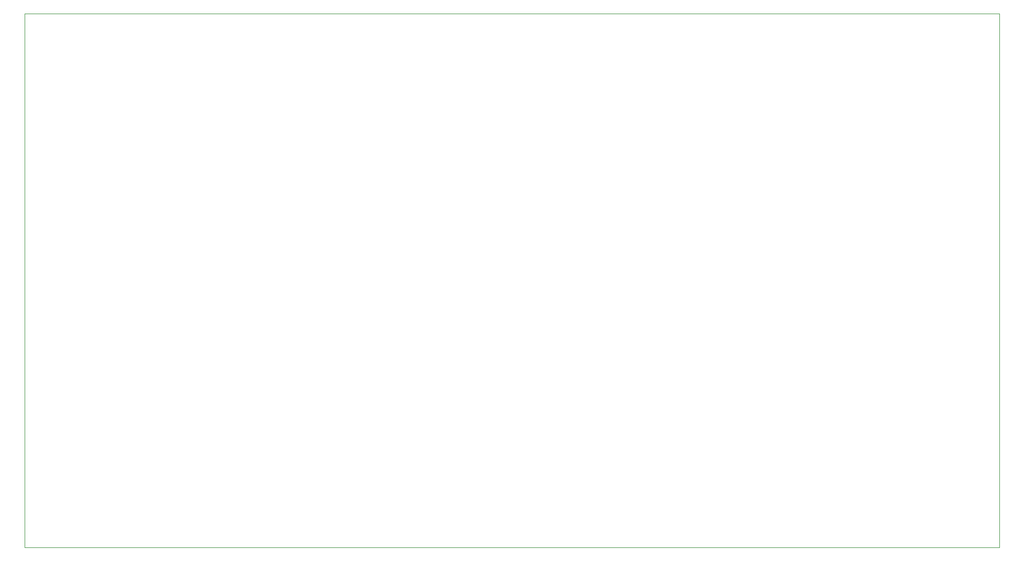
<source format=gbr>
G04 #@! TF.GenerationSoftware,KiCad,Pcbnew,5.1.2-f72e74a~84~ubuntu18.04.1*
G04 #@! TF.CreationDate,2019-07-08T11:20:07+01:00*
G04 #@! TF.ProjectId,Elevator,456c6576-6174-46f7-922e-6b696361645f,rev?*
G04 #@! TF.SameCoordinates,Original*
G04 #@! TF.FileFunction,Profile,NP*
%FSLAX46Y46*%
G04 Gerber Fmt 4.6, Leading zero omitted, Abs format (unit mm)*
G04 Created by KiCad (PCBNEW 5.1.2-f72e74a~84~ubuntu18.04.1) date 2019-07-08 11:20:07*
%MOMM*%
%LPD*%
G04 APERTURE LIST*
%ADD10C,0.100000*%
G04 APERTURE END LIST*
D10*
X16510000Y-148590000D02*
X16510000Y-177800000D01*
X16510000Y-91440000D02*
X16510000Y-148590000D01*
X173990000Y-91440000D02*
X16510000Y-91440000D01*
X173990000Y-177800000D02*
X173990000Y-91440000D01*
X16510000Y-177800000D02*
X173990000Y-177800000D01*
M02*

</source>
